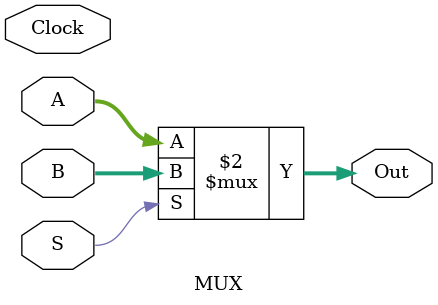
<source format=v>
module MUX(Clock, A, B, S, Out);
    input [31:0] A,B;
    input S, Clock;
    output [31:0] Out;
    assign Out = (S == 1'b0) ? A : B;
endmodule


</source>
